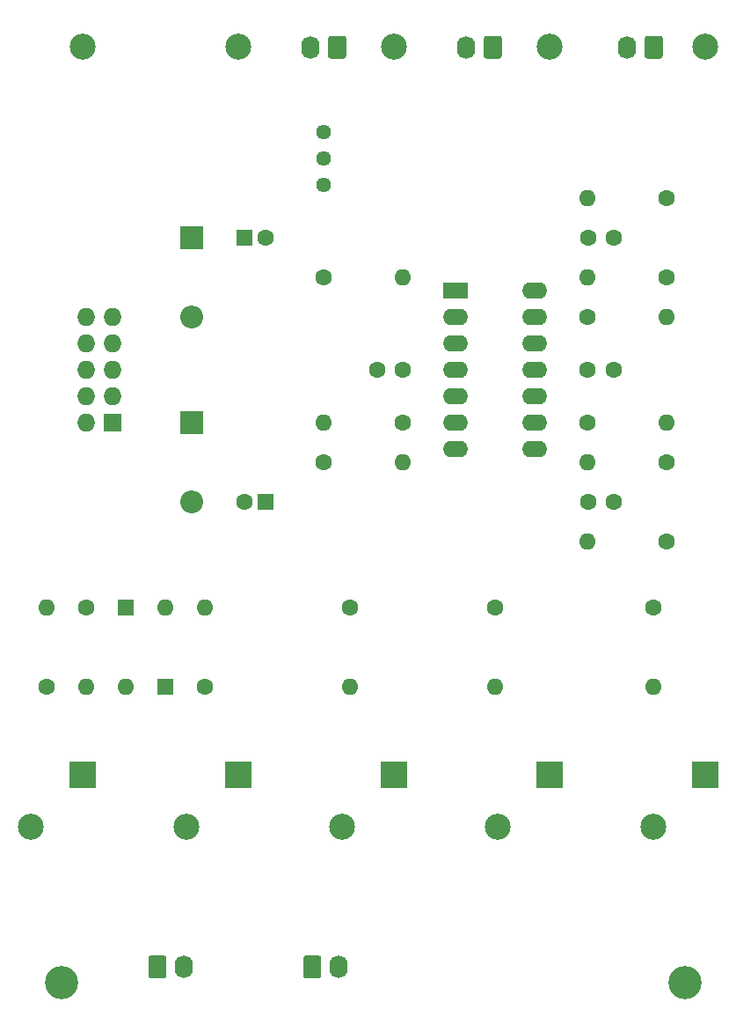
<source format=gbr>
%TF.GenerationSoftware,KiCad,Pcbnew,5.1.9-73d0e3b20d~88~ubuntu20.04.1*%
%TF.CreationDate,2021-04-01T11:15:01-04:00*%
%TF.ProjectId,ao_dc_mixer,616f5f64-635f-46d6-9978-65722e6b6963,rev?*%
%TF.SameCoordinates,Original*%
%TF.FileFunction,Soldermask,Bot*%
%TF.FilePolarity,Negative*%
%FSLAX46Y46*%
G04 Gerber Fmt 4.6, Leading zero omitted, Abs format (unit mm)*
G04 Created by KiCad (PCBNEW 5.1.9-73d0e3b20d~88~ubuntu20.04.1) date 2021-04-01 11:15:01*
%MOMM*%
%LPD*%
G01*
G04 APERTURE LIST*
%ADD10C,3.200000*%
%ADD11C,2.500000*%
%ADD12R,2.500000X2.500000*%
%ADD13O,1.740000X2.200000*%
%ADD14C,1.440000*%
%ADD15O,2.400000X1.600000*%
%ADD16R,2.400000X1.600000*%
%ADD17O,1.600000X1.600000*%
%ADD18C,1.600000*%
%ADD19O,1.727200X1.727200*%
%ADD20R,1.727200X1.727200*%
%ADD21R,1.600000X1.600000*%
%ADD22O,2.200000X2.200000*%
%ADD23R,2.200000X2.200000*%
G04 APERTURE END LIST*
D10*
%TO.C,H2*%
X160000000Y-155000000D03*
%TD*%
%TO.C,H1*%
X100000000Y-155000000D03*
%TD*%
D11*
%TO.C,RV4*%
X102000000Y-65000000D03*
X97000000Y-140000000D03*
D12*
X102000000Y-135000000D03*
%TD*%
D13*
%TO.C,J6*%
X126670000Y-153450000D03*
G36*
G01*
X123260000Y-154300001D02*
X123260000Y-152599999D01*
G75*
G02*
X123509999Y-152350000I249999J0D01*
G01*
X124750001Y-152350000D01*
G75*
G02*
X125000000Y-152599999I0J-249999D01*
G01*
X125000000Y-154300001D01*
G75*
G02*
X124750001Y-154550000I-249999J0D01*
G01*
X123509999Y-154550000D01*
G75*
G02*
X123260000Y-154300001I0J249999D01*
G01*
G37*
%TD*%
%TO.C,J5*%
X111760000Y-153450000D03*
G36*
G01*
X108350000Y-154300001D02*
X108350000Y-152599999D01*
G75*
G02*
X108599999Y-152350000I249999J0D01*
G01*
X109840001Y-152350000D01*
G75*
G02*
X110090000Y-152599999I0J-249999D01*
G01*
X110090000Y-154300001D01*
G75*
G02*
X109840001Y-154550000I-249999J0D01*
G01*
X108599999Y-154550000D01*
G75*
G02*
X108350000Y-154300001I0J249999D01*
G01*
G37*
%TD*%
%TO.C,J3*%
G36*
G01*
X127390000Y-64170999D02*
X127390000Y-65871001D01*
G75*
G02*
X127140001Y-66121000I-249999J0D01*
G01*
X125899999Y-66121000D01*
G75*
G02*
X125650000Y-65871001I0J249999D01*
G01*
X125650000Y-64170999D01*
G75*
G02*
X125899999Y-63921000I249999J0D01*
G01*
X127140001Y-63921000D01*
G75*
G02*
X127390000Y-64170999I0J-249999D01*
G01*
G37*
X123980000Y-65021000D03*
%TD*%
%TO.C,J2*%
G36*
G01*
X142376000Y-64170999D02*
X142376000Y-65871001D01*
G75*
G02*
X142126001Y-66121000I-249999J0D01*
G01*
X140885999Y-66121000D01*
G75*
G02*
X140636000Y-65871001I0J249999D01*
G01*
X140636000Y-64170999D01*
G75*
G02*
X140885999Y-63921000I249999J0D01*
G01*
X142126001Y-63921000D01*
G75*
G02*
X142376000Y-64170999I0J-249999D01*
G01*
G37*
X138966000Y-65021000D03*
%TD*%
%TO.C,J1*%
G36*
G01*
X157870000Y-64170999D02*
X157870000Y-65871001D01*
G75*
G02*
X157620001Y-66121000I-249999J0D01*
G01*
X156379999Y-66121000D01*
G75*
G02*
X156130000Y-65871001I0J249999D01*
G01*
X156130000Y-64170999D01*
G75*
G02*
X156379999Y-63921000I249999J0D01*
G01*
X157620001Y-63921000D01*
G75*
G02*
X157870000Y-64170999I0J-249999D01*
G01*
G37*
X154460000Y-65021000D03*
%TD*%
D14*
%TO.C,RV5*%
X125250000Y-78260000D03*
X125250000Y-75720000D03*
X125250000Y-73180000D03*
%TD*%
D15*
%TO.C,U3*%
X145570000Y-88420000D03*
X137950000Y-103660000D03*
X145570000Y-90960000D03*
X137950000Y-101120000D03*
X145570000Y-93500000D03*
X137950000Y-98580000D03*
X145570000Y-96040000D03*
X137950000Y-96040000D03*
X145570000Y-98580000D03*
X137950000Y-93500000D03*
X145570000Y-101120000D03*
X137950000Y-90960000D03*
X145570000Y-103660000D03*
D16*
X137950000Y-88420000D03*
%TD*%
D11*
%TO.C,RV6*%
X117000000Y-65000000D03*
X112000000Y-140000000D03*
D12*
X117000000Y-135000000D03*
%TD*%
D11*
%TO.C,RV3*%
X132000000Y-65000000D03*
X127000000Y-140000000D03*
D12*
X132000000Y-135000000D03*
%TD*%
D11*
%TO.C,RV2*%
X147000000Y-65000000D03*
X142000000Y-140000000D03*
D12*
X147000000Y-135000000D03*
%TD*%
D11*
%TO.C,RV1*%
X162000000Y-65000000D03*
X157000000Y-140000000D03*
D12*
X162000000Y-135000000D03*
%TD*%
D17*
%TO.C,R17*%
X150650000Y-79530000D03*
D18*
X158270000Y-79530000D03*
%TD*%
D17*
%TO.C,R16*%
X150650000Y-87150000D03*
D18*
X158270000Y-87150000D03*
%TD*%
D17*
%TO.C,R15*%
X158270000Y-90960000D03*
D18*
X150650000Y-90960000D03*
%TD*%
D17*
%TO.C,R14*%
X150650000Y-112550000D03*
D18*
X158270000Y-112550000D03*
%TD*%
D17*
%TO.C,R13*%
X150650000Y-104930000D03*
D18*
X158270000Y-104930000D03*
%TD*%
D17*
%TO.C,R12*%
X132870000Y-104930000D03*
D18*
X125250000Y-104930000D03*
%TD*%
D17*
%TO.C,R11*%
X125250000Y-101120000D03*
D18*
X132870000Y-101120000D03*
%TD*%
D17*
%TO.C,R10*%
X158270000Y-101120000D03*
D18*
X150650000Y-101120000D03*
%TD*%
D17*
%TO.C,R9*%
X113820000Y-118900000D03*
D18*
X113820000Y-126520000D03*
%TD*%
D17*
%TO.C,R8*%
X102390000Y-126520000D03*
D18*
X102390000Y-118900000D03*
%TD*%
D17*
%TO.C,R7*%
X98580000Y-118900000D03*
D18*
X98580000Y-126520000D03*
%TD*%
D17*
%TO.C,R6*%
X132870000Y-87150000D03*
D18*
X125250000Y-87150000D03*
%TD*%
D17*
%TO.C,R3*%
X127790000Y-126520000D03*
D18*
X127790000Y-118900000D03*
%TD*%
D17*
%TO.C,R2*%
X141760000Y-126520000D03*
D18*
X141760000Y-118900000D03*
%TD*%
D17*
%TO.C,R1*%
X157000000Y-126520000D03*
D18*
X157000000Y-118900000D03*
%TD*%
D19*
%TO.C,J4*%
X102390000Y-90960000D03*
X104930000Y-90960000D03*
X102390000Y-93500000D03*
X104930000Y-93500000D03*
X102390000Y-96040000D03*
X104930000Y-96040000D03*
X102390000Y-98580000D03*
X104930000Y-98580000D03*
X102390000Y-101120000D03*
D20*
X104930000Y-101120000D03*
%TD*%
D17*
%TO.C,D4*%
X110010000Y-118900000D03*
D21*
X110010000Y-126520000D03*
%TD*%
D17*
%TO.C,D3*%
X106200000Y-126520000D03*
D21*
X106200000Y-118900000D03*
%TD*%
D22*
%TO.C,D2*%
X112550000Y-108740000D03*
D23*
X112550000Y-101120000D03*
%TD*%
D22*
%TO.C,D1*%
X112550000Y-90960000D03*
D23*
X112550000Y-83340000D03*
%TD*%
D18*
%TO.C,C7*%
X150690000Y-83340000D03*
X153190000Y-83340000D03*
%TD*%
%TO.C,C6*%
X150650000Y-96040000D03*
X153150000Y-96040000D03*
%TD*%
%TO.C,C5*%
X130370000Y-96040000D03*
X132870000Y-96040000D03*
%TD*%
%TO.C,C4*%
X150690000Y-108740000D03*
X153190000Y-108740000D03*
%TD*%
%TO.C,C3*%
X117630000Y-108740000D03*
D21*
X119630000Y-108740000D03*
%TD*%
D18*
%TO.C,C2*%
X119630000Y-83340000D03*
D21*
X117630000Y-83340000D03*
%TD*%
M02*

</source>
